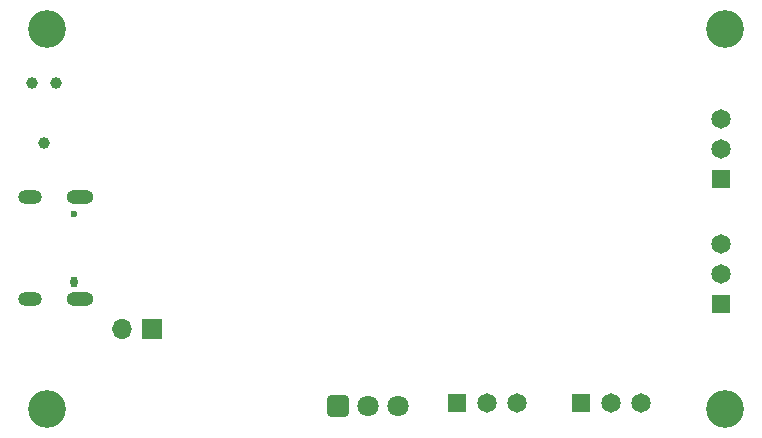
<source format=gbr>
%TF.GenerationSoftware,KiCad,Pcbnew,7.0.6-0*%
%TF.CreationDate,2023-08-12T13:32:15-04:00*%
%TF.ProjectId,wled-esp32-control-board,776c6564-2d65-4737-9033-322d636f6e74,A*%
%TF.SameCoordinates,Original*%
%TF.FileFunction,Soldermask,Bot*%
%TF.FilePolarity,Negative*%
%FSLAX46Y46*%
G04 Gerber Fmt 4.6, Leading zero omitted, Abs format (unit mm)*
G04 Created by KiCad (PCBNEW 7.0.6-0) date 2023-08-12 13:32:15*
%MOMM*%
%LPD*%
G01*
G04 APERTURE LIST*
G04 Aperture macros list*
%AMRoundRect*
0 Rectangle with rounded corners*
0 $1 Rounding radius*
0 $2 $3 $4 $5 $6 $7 $8 $9 X,Y pos of 4 corners*
0 Add a 4 corners polygon primitive as box body*
4,1,4,$2,$3,$4,$5,$6,$7,$8,$9,$2,$3,0*
0 Add four circle primitives for the rounded corners*
1,1,$1+$1,$2,$3*
1,1,$1+$1,$4,$5*
1,1,$1+$1,$6,$7*
1,1,$1+$1,$8,$9*
0 Add four rect primitives between the rounded corners*
20,1,$1+$1,$2,$3,$4,$5,0*
20,1,$1+$1,$4,$5,$6,$7,0*
20,1,$1+$1,$6,$7,$8,$9,0*
20,1,$1+$1,$8,$9,$2,$3,0*%
G04 Aperture macros list end*
%ADD10C,0.991000*%
%ADD11C,0.600000*%
%ADD12O,0.600000X0.950000*%
%ADD13O,2.300000X1.200000*%
%ADD14O,2.000000X1.200000*%
%ADD15R,1.700000X1.700000*%
%ADD16O,1.700000X1.700000*%
%ADD17R,1.650000X1.650000*%
%ADD18C,1.650000*%
%ADD19RoundRect,0.250200X-0.649800X-0.649800X0.649800X-0.649800X0.649800X0.649800X-0.649800X0.649800X0*%
%ADD20C,1.800000*%
%ADD21C,3.200000*%
G04 APERTURE END LIST*
D10*
%TO.C,J105*%
X100331000Y-76708000D03*
X102361000Y-76708000D03*
X101346000Y-81788000D03*
%TD*%
D11*
%TO.C,J201*%
X103856000Y-87783000D03*
D12*
X103856000Y-93563000D03*
D13*
X104431000Y-86348000D03*
D14*
X100156000Y-86348000D03*
D13*
X104431000Y-94998000D03*
D14*
X100156000Y-94998000D03*
%TD*%
D15*
%TO.C,SW101*%
X110495000Y-97536000D03*
D16*
X107955000Y-97536000D03*
%TD*%
D17*
%TO.C,J104*%
X136271000Y-103759000D03*
D18*
X138811000Y-103759000D03*
X141351000Y-103759000D03*
%TD*%
D19*
%TO.C,U106*%
X126238000Y-104013000D03*
D20*
X128778000Y-104013000D03*
X131318000Y-104013000D03*
%TD*%
D17*
%TO.C,J102*%
X158623000Y-95377000D03*
D18*
X158623000Y-92837000D03*
X158623000Y-90297000D03*
%TD*%
D21*
%TO.C,H104*%
X101600000Y-104267000D03*
%TD*%
D17*
%TO.C,J101*%
X158623000Y-84836000D03*
D18*
X158623000Y-82296000D03*
X158623000Y-79756000D03*
%TD*%
D21*
%TO.C,H103*%
X159000000Y-104267000D03*
%TD*%
%TO.C,H101*%
X101600000Y-72136000D03*
%TD*%
D17*
%TO.C,J103*%
X146812000Y-103759000D03*
D18*
X149352000Y-103759000D03*
X151892000Y-103759000D03*
%TD*%
D21*
%TO.C,H102*%
X159000000Y-72136000D03*
%TD*%
M02*

</source>
